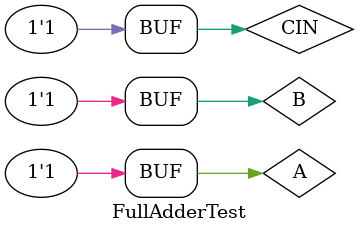
<source format=v>
`timescale 1ns / 1ps

/*
    Activity 1.1 - The goal of this activity is to test the FullAdder module created in the previous activity
*/
module FullAdderTest;
    reg A, B, CIN;
    wire COUT, S;
    
    FullAdder sum(A,B,CIN,COUT,S);
    
    initial begin
    A = 0;
    B = 0;
    CIN = 0;
      
    #20;
    
    A = 0;
    B = 0;
    CIN = 1;
    
    #20;
    
    A = 0;
    B = 1;
    CIN = 0;
    
    #20;
    
    A = 0;
    B = 1;
    CIN = 1;
    
    #20;
    
    A = 1;
    B = 0;
    CIN = 0;
    
    #20;
    
    A = 1;
    B = 0;
    CIN = 1;
    
    #20;
    
    A = 1;
    B = 1;
    CIN = 0;
    
    #20;
    
    A = 1;
    B = 1;
    CIN = 1;
    
    #20;
    
    end
    

endmodule

</source>
